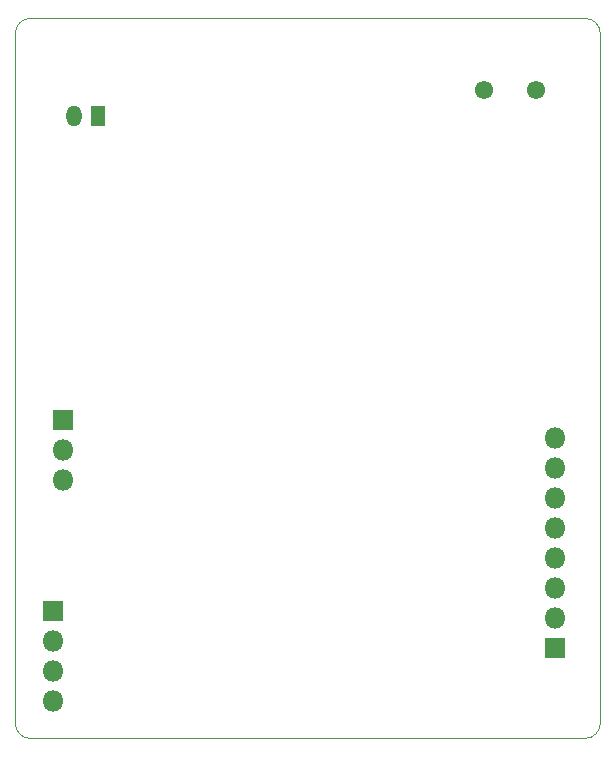
<source format=gbs>
G04 #@! TF.FileFunction,Soldermask,Bot*
%FSLAX46Y46*%
G04 Gerber Fmt 4.6, Leading zero omitted, Abs format (unit mm)*
G04 Created by KiCad (PCBNEW 4.0.6) date 08/10/17 19:56:54*
%MOMM*%
%LPD*%
G01*
G04 APERTURE LIST*
%ADD10C,0.100000*%
%ADD11R,1.802000X1.802000*%
%ADD12O,1.802000X1.802000*%
%ADD13R,1.302000X1.802000*%
%ADD14O,1.302000X1.802000*%
%ADD15C,1.552000*%
G04 APERTURE END LIST*
D10*
X118110000Y-59690000D02*
G75*
G03X116840000Y-60960000I0J-1270000D01*
G01*
X116840000Y-119380000D02*
G75*
G03X118110000Y-120650000I1270000J0D01*
G01*
X165100000Y-120650000D02*
G75*
G03X166370000Y-119380000I0J1270000D01*
G01*
X166370000Y-60960000D02*
G75*
G03X165100000Y-59690000I-1270000J0D01*
G01*
X165100000Y-120650000D02*
X118110000Y-120650000D01*
X166370000Y-60960000D02*
X166370000Y-119380000D01*
X118110000Y-59690000D02*
X165100000Y-59690000D01*
X116840000Y-60960000D02*
X116840000Y-119380000D01*
D11*
X162560000Y-113030000D03*
D12*
X162560000Y-110490000D03*
X162560000Y-107950000D03*
X162560000Y-105410000D03*
X162560000Y-102870000D03*
X162560000Y-100330000D03*
X162560000Y-97790000D03*
X162560000Y-95250000D03*
D13*
X123825000Y-67945000D03*
D14*
X121825000Y-67945000D03*
D15*
X160909000Y-65786000D03*
X156509000Y-65786000D03*
D11*
X120015000Y-109855000D03*
D12*
X120015000Y-112395000D03*
X120015000Y-114935000D03*
X120015000Y-117475000D03*
D11*
X120904000Y-93726000D03*
D12*
X120904000Y-96266000D03*
X120904000Y-98806000D03*
M02*

</source>
